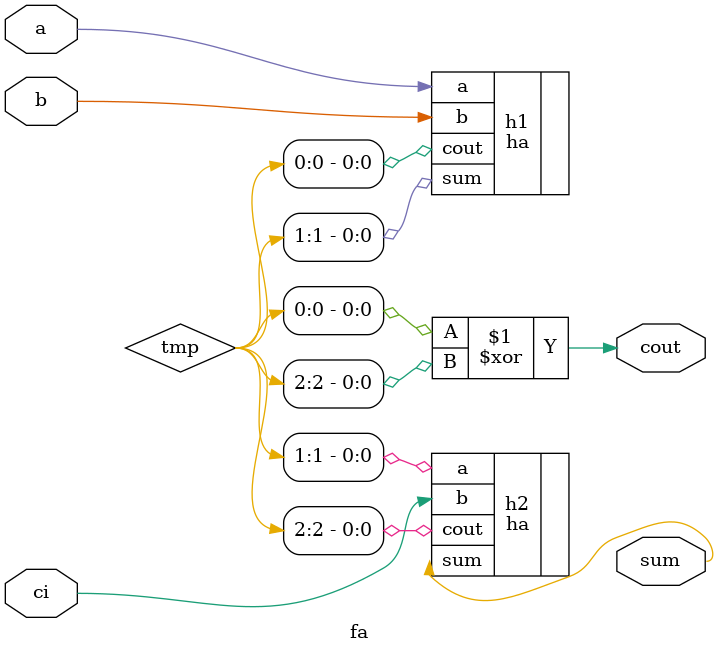
<source format=v>
module fa(a, b, ci, sum, cout);
    // input and output declaration
    input  a, b, ci;
    output sum, cout;

    // wire and reg declaration
    wire [2:0]tmp;

    // module instance
    ha h1(.a(a), .b(b), .sum(tmp[1]), .cout(tmp[0]));
    ha h2(.a(tmp[1]), .b(ci), .sum(sum), .cout(tmp[2]));
    xor(cout, tmp[0], tmp[2]);
endmodule

</source>
